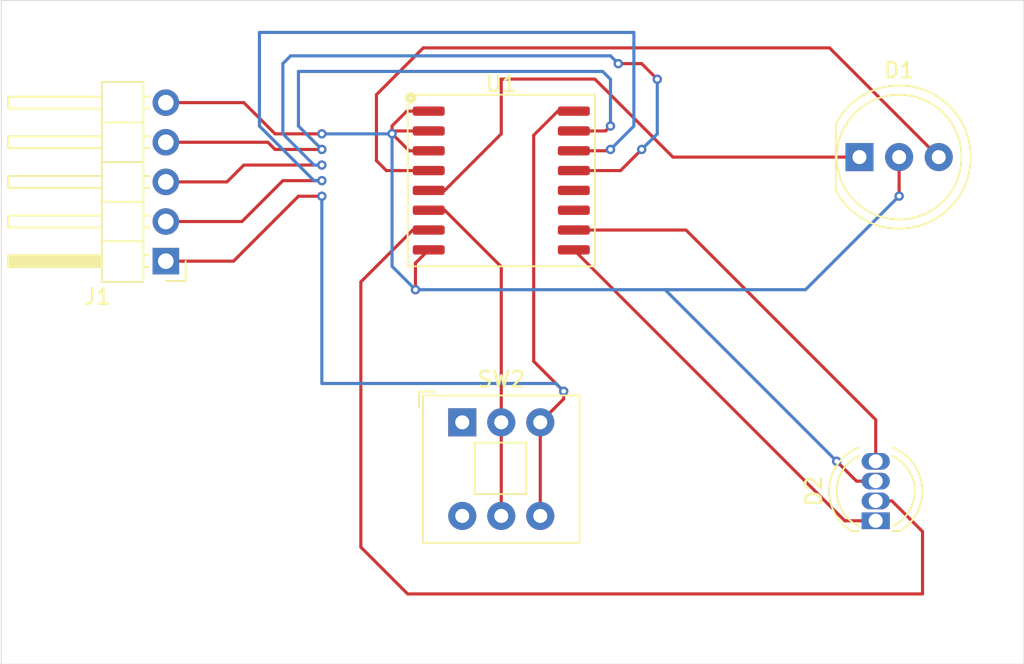
<source format=kicad_pcb>
(kicad_pcb (version 20240108) (generator "pcbnew") (generator_version "8.0")
  (layers (0 "F.Cu" signal) (31 "B.Cu" signal) (34 "B.Paste" user) (35 "F.Paste" user) (36 "B.SilkS" user "B.Silkscreen") (37 "F.SilkS" user "F.Silkscreen") (38 "B.Mask" user) (39 "F.Mask" user) (44 "Edge.Cuts" user))
  (net 0 "")
  (net 1 "Net-(D1-A2)")
  (net 2 "Net-(D1-A1)")
  (net 3 "/The Button/GND")
  (net 4 "Net-(D2-RA)")
  (net 5 "Net-(D2-BA)")
  (net 6 "Net-(D2-GA)")
  (net 7 "Net-(U1-P2)")
  (net 8 "/The Button/VCC")
  (net 9 "/The Button/SCL")
  (net 10 "/The Button/SDA")
  (net 12 "/The Button/~{INT}")
  (footprint "LED_THT:LED_D8.0mm-3" (layer "F.Cu") (at 78.46 26)
    (property "Reference" "D1" (at 2.54 -5.56 0) (layer "F.SilkS"))
    (property "Value" "LED_Dual_AKA")
    (fp_line (start -1.52 -2.142) (end -1.52 2.142) (stroke (width 0.12)) (layer "F.SilkS"))
    (fp_arc (start -1.52 -2.141145) (mid 3.643119 -4.455472) (end 7.13 0.000486) (stroke (width 0.12)) (layer "F.SilkS"))
    (fp_arc (start 7.13 -0.000486) (mid 3.643119 4.455472) (end -1.52 2.141145) (stroke (width 0.12)) (layer "F.SilkS"))
    (fp_circle (center 2.54 0) (end 6.54 0) (stroke (width 0.12)) (fill none) (layer "F.SilkS"))
    (pad "1" thru_hole rect (at 0 0) (size 1.8 1.8) (drill 0.9) (layers "*.Cu" "*.Mask") (net 2 "Net-(D1-A1)"))
    (pad "2" thru_hole circle (at 2.54 0) (size 1.8 1.8) (drill 0.9) (layers "*.Cu" "*.Mask") (net 3 "/The Button/GND"))
    (pad "3" thru_hole circle (at 5.08 0) (size 1.8 1.8) (drill 0.9) (layers "*.Cu" "*.Mask") (net 1 "Net-(D1-A2)"))
  )
  (footprint "Button_Switch_THT:SW_Push_2P2T_Toggle_CK_PVA2xxH1xxxxxxV2" (layer "F.Cu") (at 53 43)
    (property "Reference" "SW2" (at 2.5 -2.75 0) (layer "F.SilkS"))
    (property "Value" "SW_Push_DPDT")
    (fp_line (start -2.77 -0.97) (end -2.77 -1.97) (stroke (width 0.12)) (layer "F.SilkS"))
    (fp_line (start -2.52 7.72) (end -2.52 -1.72) (stroke (width 0.12)) (layer "F.SilkS"))
    (fp_line (start -1.77 -1.97) (end -2.77 -1.97) (stroke (width 0.12)) (layer "F.SilkS"))
    (fp_line (start 0.8 1.3) (end 0.8 4.6) (stroke (width 0.12)) (layer "F.SilkS"))
    (fp_line (start 4.1 1.3) (end 0.8 1.3) (stroke (width 0.12)) (layer "F.SilkS"))
    (fp_line (start 4.1 1.3) (end 4.1 4.6) (stroke (width 0.12)) (layer "F.SilkS"))
    (fp_line (start 4.1 4.6) (end 0.8 4.6) (stroke (width 0.12)) (layer "F.SilkS"))
    (fp_line (start 7.52 -1.72) (end -2.52 -1.72) (stroke (width 0.12)) (layer "F.SilkS"))
    (fp_line (start 7.52 7.72) (end -2.52 7.72) (stroke (width 0.12)) (layer "F.SilkS"))
    (fp_line (start 7.52 7.72) (end 7.52 -1.72) (stroke (width 0.12)) (layer "F.SilkS"))
    (pad "1" thru_hole rect (at 0 0) (size 1.8 1.8) (drill 0.9) (layers "*.Cu" "*.Mask"))
    (pad "2" thru_hole circle (at 2.5 0) (size 1.8 1.8) (drill 0.9) (layers "*.Cu" "*.Mask") (net 7 "Net-(U1-P2)"))
    (pad "3" thru_hole circle (at 5 0) (size 1.8 1.8) (drill 0.9) (layers "*.Cu" "*.Mask") (net 8 "/The Button/VCC"))
    (pad "4" thru_hole circle (at 0 6) (size 1.8 1.8) (drill 0.9) (layers "*.Cu" "*.Mask"))
    (pad "5" thru_hole circle (at 2.5 6) (size 1.8 1.8) (drill 0.9) (layers "*.Cu" "*.Mask") (net 7 "Net-(U1-P2)"))
    (pad "6" thru_hole circle (at 5 6) (size 1.8 1.8) (drill 0.9) (layers "*.Cu" "*.Mask") (net 8 "/The Button/VCC"))
  )
  (footprint "LED_THT:LED_D5.0mm-4_RGB" (layer "F.Cu") (at 79.5 49.31 90)
    (property "Reference" "D2" (at 1.905 -3.96 90) (layer "F.SilkS"))
    (property "Value" "LED_GBKR")
    (fp_line (start -0.655 -1.545) (end -0.655 -1.08) (stroke (width 0.12)) (layer "F.SilkS"))
    (fp_line (start -0.655 1.08) (end -0.655 1.545) (stroke (width 0.12)) (layer "F.SilkS"))
    (fp_arc (start -0.655 -1.54483) (mid 2.163456 -2.978809) (end 4.692815 -1.080827) (stroke (width 0.12)) (layer "F.SilkS"))
    (fp_arc (start -0.349684 -1.08) (mid 1.904762 -2.5) (end 4.159479 -1.080429) (stroke (width 0.12)) (layer "F.SilkS"))
    (fp_arc (start 4.159479 1.080429) (mid 1.904762 2.5) (end -0.349684 1.08) (stroke (width 0.12)) (layer "F.SilkS"))
    (fp_arc (start 4.692815 1.080827) (mid 2.163456 2.978808) (end -0.655 1.54483) (stroke (width 0.12)) (layer "F.SilkS"))
    (pad "1" thru_hole rect (at 0 0 90) (size 1.07 1.8) (drill 0.9) (layers "*.Cu" "*.Mask") (net 6 "Net-(D2-GA)"))
    (pad "2" thru_hole oval (at 1.27 0 90) (size 1.07 1.8) (drill 0.9) (layers "*.Cu" "*.Mask") (net 5 "Net-(D2-BA)"))
    (pad "3" thru_hole oval (at 2.54 0 90) (size 1.07 1.8) (drill 0.9) (layers "*.Cu" "*.Mask") (net 3 "/The Button/GND"))
    (pad "4" thru_hole oval (at 3.81 0 90) (size 1.07 1.8) (drill 0.9) (layers "*.Cu" "*.Mask") (net 4 "Net-(D2-RA)"))
  )
  (footprint "PCM_Package_SO_AKL:SOIC-16W_7.5x10.3mm_P1.27mm" (layer "F.Cu") (at 55.5 27.5)
    (property "Reference" "U1" (at 0 -6.2025 0) (layer "F.SilkS"))
    (property "Value" "PCF8574" (hide yes))
    (fp_line (start -6 -4.9) (end -6 5.5) (stroke (width 0.12)) (layer "F.SilkS"))
    (fp_line (start -6 5.5) (end 6 5.5) (stroke (width 0.12)) (layer "F.SilkS"))
    (fp_line (start 6 -5.5) (end -5.4 -5.5) (stroke (width 0.12)) (layer "F.SilkS"))
    (fp_line (start 6 5.5) (end 6 -5.5) (stroke (width 0.12)) (layer "F.SilkS"))
    (fp_circle (center -5.8 -5.3) (end -5.7365 -5.3) (stroke (width 0.3)) (fill none) (layer "F.SilkS"))
    (pad "1" smd roundrect (at -4.65 -4.445) (size 2.05 0.6) (layers "F.Cu" "F.Paste" "F.Mask") (net 3 "/The Button/GND"))
    (pad "2" smd roundrect (at -4.65 -3.175) (size 2.05 0.6) (layers "F.Cu" "F.Paste" "F.Mask") (net 3 "/The Button/GND"))
    (pad "3" smd roundrect (at -4.65 -1.905) (size 2.05 0.6) (layers "F.Cu" "F.Paste" "F.Mask") (net 3 "/The Button/GND"))
    (pad "4" smd roundrect (at -4.65 -0.635) (size 2.05 0.6) (layers "F.Cu" "F.Paste" "F.Mask") (net 1 "Net-(D1-A2)"))
    (pad "5" smd roundrect (at -4.65 0.635) (size 2.05 0.6) (layers "F.Cu" "F.Paste" "F.Mask") (net 2 "Net-(D1-A1)"))
    (pad "6" smd roundrect (at -4.65 1.905) (size 2.05 0.6) (layers "F.Cu" "F.Paste" "F.Mask") (net 7 "Net-(U1-P2)"))
    (pad "7" smd roundrect (at -4.65 3.175) (size 2.05 0.6) (layers "F.Cu" "F.Paste" "F.Mask") (net 5 "Net-(D2-BA)"))
    (pad "8" smd roundrect (at -4.65 4.445) (size 2.05 0.6) (layers "F.Cu" "F.Paste" "F.Mask") (net 3 "/The Button/GND"))
    (pad "9" smd roundrect (at 4.65 4.445) (size 2.05 0.6) (layers "F.Cu" "F.Paste" "F.Mask") (net 6 "Net-(D2-GA)"))
    (pad "10" smd roundrect (at 4.65 3.175) (size 2.05 0.6) (layers "F.Cu" "F.Paste" "F.Mask") (net 4 "Net-(D2-RA)"))
    (pad "11" smd roundrect (at 4.65 1.905) (size 2.05 0.6) (layers "F.Cu" "F.Paste" "F.Mask"))
    (pad "12" smd roundrect (at 4.65 0.635) (size 2.05 0.6) (layers "F.Cu" "F.Paste" "F.Mask"))
    (pad "13" smd roundrect (at 4.65 -0.635) (size 2.05 0.6) (layers "F.Cu" "F.Paste" "F.Mask") (net 12 "/The Button/~{INT}"))
    (pad "14" smd roundrect (at 4.65 -1.905) (size 2.05 0.6) (layers "F.Cu" "F.Paste" "F.Mask") (net 9 "/The Button/SCL"))
    (pad "15" smd roundrect (at 4.65 -3.175) (size 2.05 0.6) (layers "F.Cu" "F.Paste" "F.Mask") (net 10 "/The Button/SDA"))
    (pad "16" smd roundrect (at 4.65 -4.445) (size 2.05 0.6) (layers "F.Cu" "F.Paste" "F.Mask") (net 8 "/The Button/VCC"))
  )
  (footprint "Connector_PinHeader_2.54mm:PinHeader_1x05_P2.54mm_Horizontal" (layer "F.Cu") (at 34 32.669999 180)
    (property "Reference" "J1" (at 4.385 -2.27 180) (layer "F.SilkS"))
    (property "Value" "PINHD_1x5_Male")
    (fp_line (start 10.1 10.54) (end 4.1 10.54) (stroke (width 0.12)) (layer "F.SilkS"))
    (fp_line (start 10.1 9.78) (end 10.1 10.54) (stroke (width 0.12)) (layer "F.SilkS"))
    (fp_line (start 10.1 8) (end 4.1 8) (stroke (width 0.12)) (layer "F.SilkS"))
    (fp_line (start 10.1 7.24) (end 10.1 8) (stroke (width 0.12)) (layer "F.SilkS"))
    (fp_line (start 10.1 5.46) (end 4.1 5.46) (stroke (width 0.12)) (layer "F.SilkS"))
    (fp_line (start 10.1 4.7) (end 10.1 5.46) (stroke (width 0.12)) (layer "F.SilkS"))
    (fp_line (start 10.1 2.92) (end 4.1 2.92) (stroke (width 0.12)) (layer "F.SilkS"))
    (fp_line (start 10.1 2.16) (end 10.1 2.92) (stroke (width 0.12)) (layer "F.SilkS"))
    (fp_line (start 10.1 0.38) (end 4.1 0.38) (stroke (width 0.12)) (layer "F.SilkS"))
    (fp_line (start 10.1 -0.38) (end 10.1 0.38) (stroke (width 0.12)) (layer "F.SilkS"))
    (fp_line (start 4.1 11.49) (end 4.1 -1.33) (stroke (width 0.12)) (layer "F.SilkS"))
    (fp_line (start 4.1 9.78) (end 10.1 9.78) (stroke (width 0.12)) (layer "F.SilkS"))
    (fp_line (start 4.1 7.24) (end 10.1 7.24) (stroke (width 0.12)) (layer "F.SilkS"))
    (fp_line (start 4.1 4.7) (end 10.1 4.7) (stroke (width 0.12)) (layer "F.SilkS"))
    (fp_line (start 4.1 2.16) (end 10.1 2.16) (stroke (width 0.12)) (layer "F.SilkS"))
    (fp_line (start 4.1 0.28) (end 10.1 0.28) (stroke (width 0.12)) (layer "F.SilkS"))
    (fp_line (start 4.1 0.16) (end 10.1 0.16) (stroke (width 0.12)) (layer "F.SilkS"))
    (fp_line (start 4.1 0.04) (end 10.1 0.04) (stroke (width 0.12)) (layer "F.SilkS"))
    (fp_line (start 4.1 -0.08) (end 10.1 -0.08) (stroke (width 0.12)) (layer "F.SilkS"))
    (fp_line (start 4.1 -0.2) (end 10.1 -0.2) (stroke (width 0.12)) (layer "F.SilkS"))
    (fp_line (start 4.1 -0.32) (end 10.1 -0.32) (stroke (width 0.12)) (layer "F.SilkS"))
    (fp_line (start 4.1 -0.38) (end 10.1 -0.38) (stroke (width 0.12)) (layer "F.SilkS"))
    (fp_line (start 4.1 -1.33) (end 1.44 -1.33) (stroke (width 0.12)) (layer "F.SilkS"))
    (fp_line (start 1.44 11.49) (end 4.1 11.49) (stroke (width 0.12)) (layer "F.SilkS"))
    (fp_line (start 1.44 8.89) (end 4.1 8.89) (stroke (width 0.12)) (layer "F.SilkS"))
    (fp_line (start 1.44 6.35) (end 4.1 6.35) (stroke (width 0.12)) (layer "F.SilkS"))
    (fp_line (start 1.44 3.81) (end 4.1 3.81) (stroke (width 0.12)) (layer "F.SilkS"))
    (fp_line (start 1.44 1.27) (end 4.1 1.27) (stroke (width 0.12)) (layer "F.SilkS"))
    (fp_line (start 1.44 -1.33) (end 1.44 11.49) (stroke (width 0.12)) (layer "F.SilkS"))
    (fp_line (start 1.11 0.38) (end 1.44 0.38) (stroke (width 0.12)) (layer "F.SilkS"))
    (fp_line (start 1.11 -0.38) (end 1.44 -0.38) (stroke (width 0.12)) (layer "F.SilkS"))
    (fp_line (start 1.042929 10.54) (end 1.44 10.54) (stroke (width 0.12)) (layer "F.SilkS"))
    (fp_line (start 1.042929 9.78) (end 1.44 9.78) (stroke (width 0.12)) (layer "F.SilkS"))
    (fp_line (start 1.042929 8) (end 1.44 8) (stroke (width 0.12)) (layer "F.SilkS"))
    (fp_line (start 1.042929 7.24) (end 1.44 7.24) (stroke (width 0.12)) (layer "F.SilkS"))
    (fp_line (start 1.042929 5.46) (end 1.44 5.46) (stroke (width 0.12)) (layer "F.SilkS"))
    (fp_line (start 1.042929 4.7) (end 1.44 4.7) (stroke (width 0.12)) (layer "F.SilkS"))
    (fp_line (start 1.042929 2.92) (end 1.44 2.92) (stroke (width 0.12)) (layer "F.SilkS"))
    (fp_line (start 1.042929 2.16) (end 1.44 2.16) (stroke (width 0.12)) (layer "F.SilkS"))
    (fp_line (start -1.27 0) (end -1.27 -1.27) (stroke (width 0.12)) (layer "F.SilkS"))
    (fp_line (start -1.27 -1.27) (end 0 -1.27) (stroke (width 0.12)) (layer "F.SilkS"))
    (pad "1" thru_hole rect (at 0 0 180) (size 1.7 1.7) (drill 1) (layers "*.Cu" "*.Mask") (net 8 "/The Button/VCC"))
    (pad "2" thru_hole oval (at 0 2.54 180) (size 1.7 1.7) (drill 1) (layers "*.Cu" "*.Mask") (net 9 "/The Button/SCL"))
    (pad "3" thru_hole oval (at 0 5.08 180) (size 1.7 1.7) (drill 1) (layers "*.Cu" "*.Mask") (net 12 "/The Button/~{INT}"))
    (pad "4" thru_hole oval (at 0 7.62 180) (size 1.7 1.7) (drill 1) (layers "*.Cu" "*.Mask") (net 10 "/The Button/SDA"))
    (pad "5" thru_hole oval (at 0 10.16 180) (size 1.7 1.7) (drill 1) (layers "*.Cu" "*.Mask") (net 3 "/The Button/GND"))
  )
  (gr_rect (start 23.456118 15.956118) (end 89 58.5) (stroke (width 0.05)) (fill none) (layer "Edge.Cuts"))
  (segment (start 50.5 19) (end 47.5 22) (width 0.2) (layer "F.Cu") (net 1))
  (segment (start 48.135 26.865) (end 50.85 26.865) (width 0.2) (layer "F.Cu") (net 1))
  (segment (start 47.5 22) (end 47.5 24) (width 0.2) (layer "F.Cu") (net 1))
  (segment (start 83.54 26) (end 76.54 19) (width 0.2) (layer "F.Cu") (net 1))
  (segment (start 47.5 26.23) (end 48.135 26.865) (width 0.2) (layer "F.Cu") (net 1))
  (segment (start 76.54 19) (end 50.5 19) (width 0.2) (layer "F.Cu") (net 1))
  (segment (start 47.5 24) (end 47.5 26.23) (width 0.2) (layer "F.Cu") (net 1))
  (segment (start 55.5 21) (end 55.5 24.509999) (width 0.2) (layer "F.Cu") (net 2))
  (segment (start 55.5 24.509999) (end 51.874999 28.135) (width 0.2) (layer "F.Cu") (net 2))
  (segment (start 51.874999 28.135) (end 50.85 28.135) (width 0.2) (layer "F.Cu") (net 2))
  (segment (start 66.5 26) (end 61.5 21) (width 0.2) (layer "F.Cu") (net 2))
  (segment (start 78.46 26) (end 66.5 26) (width 0.2) (layer "F.Cu") (net 2))
  (segment (start 61.5 21) (end 55.5 21) (width 0.2) (layer "F.Cu") (net 2))
  (segment (start 79.651 47.151) (end 79.5 47.151) (width 0.2) (layer "F.Cu") (net 3))
  (segment (start 78.27 46.77) (end 79.5 46.77) (width 0.2) (layer "F.Cu") (net 3))
  (segment (start 39 22.509999) (end 34 22.509999) (width 0.2) (layer "F.Cu") (net 3))
  (segment (start 50.85 31.945) (end 50 32.795) (width 0.2) (layer "F.Cu") (net 3))
  (segment (start 44 24.509999) (end 41 24.509999) (width 0.2) (layer "F.Cu") (net 3))
  (segment (start 41 24.509999) (end 39 22.509999) (width 0.2) (layer "F.Cu") (net 3))
  (segment (start 48.5 24) (end 49.445 23.055) (width 0.2) (layer "F.Cu") (net 3))
  (segment (start 48.675 24.325) (end 48.5 24.5) (width 0.2) (layer "F.Cu") (net 3))
  (segment (start 49.595 25.595) (end 48.5 24.5) (width 0.2) (layer "F.Cu") (net 3))
  (segment (start 50 32.795) (end 50 34.5) (width 0.2) (layer "F.Cu") (net 3))
  (segment (start 50.85 25.595) (end 49.595 25.595) (width 0.2) (layer "F.Cu") (net 3))
  (segment (start 48.5 24.5) (end 48.5 24) (width 0.2) (layer "F.Cu") (net 3))
  (segment (start 49.445 23.055) (end 50.85 23.055) (width 0.2) (layer "F.Cu") (net 3))
  (segment (start 81 28.5) (end 81 26) (width 0.2) (layer "F.Cu") (net 3))
  (segment (start 50.85 24.325) (end 48.675 24.325) (width 0.2) (layer "F.Cu") (net 3))
  (segment (start 77 45.5) (end 78.27 46.77) (width 0.2) (layer "F.Cu") (net 3))
  (via (at 81 28.5) (size 0.6) (drill 0.3) (layers "F.Cu" "B.Cu") (net 3))
  (via (at 77 45.5) (size 0.6) (drill 0.3) (layers "F.Cu" "B.Cu") (net 3))
  (via (at 50 34.5) (size 0.6) (drill 0.3) (layers "F.Cu" "B.Cu") (net 3))
  (via (at 44 24.509999) (size 0.6) (drill 0.3) (layers "F.Cu" "B.Cu") (net 3))
  (via (at 48.5 24.5) (size 0.6) (drill 0.3) (layers "F.Cu" "B.Cu") (net 3))
  (segment (start 48.5 33) (end 48.5 30.5) (width 0.2) (layer "B.Cu") (net 3))
  (segment (start 50 34.5) (end 66 34.5) (width 0.2) (layer "B.Cu") (net 3))
  (segment (start 75 34.5) (end 81 28.5) (width 0.2) (layer "B.Cu") (net 3))
  (segment (start 48.5 29.509999) (end 48.5 24.5) (width 0.2) (layer "B.Cu") (net 3))
  (segment (start 50 34.5) (end 48.5 33) (width 0.2) (layer "B.Cu") (net 3))
  (segment (start 77 45.5) (end 66 34.5) (width 0.2) (layer "B.Cu") (net 3))
  (segment (start 48.5 24.509999) (end 44 24.509999) (width 0.2) (layer "B.Cu") (net 3))
  (segment (start 48.5 30.5) (end 48.5 29.509999) (width 0.2) (layer "B.Cu") (net 3))
  (segment (start 66 34.5) (end 75 34.5) (width 0.2) (layer "B.Cu") (net 3))
  (segment (start 79.5 45.5) (end 79.5 42.833) (width 0.2) (layer "F.Cu") (net 4))
  (segment (start 67.342 30.675) (end 79.5 42.833) (width 0.2) (layer "F.Cu") (net 4))
  (segment (start 60.15 30.675) (end 67.342 30.675) (width 0.2) (layer "F.Cu") (net 4))
  (segment (start 82.5 50) (end 82.5 54) (width 0.2) (layer "F.Cu") (net 5))
  (segment (start 82.5 54) (end 49.5 54) (width 0.2) (layer "F.Cu") (net 5))
  (segment (start 46.5 34.000001) (end 49.825001 30.675) (width 0.2) (layer "F.Cu") (net 5))
  (segment (start 49.5 54) (end 46.5 51) (width 0.2) (layer "F.Cu") (net 5))
  (segment (start 46.5 51) (end 46.5 34.000001) (width 0.2) (layer "F.Cu") (net 5))
  (segment (start 49.825001 30.675) (end 50.85 30.675) (width 0.2) (layer "F.Cu") (net 5))
  (segment (start 80.54 48.04) (end 79.5 48.04) (width 0.2) (layer "F.Cu") (net 5))
  (segment (start 82.5 50) (end 80.54 48.04) (width 0.2) (layer "F.Cu") (net 5))
  (segment (start 60.15 31.945) (end 77.515 49.31) (width 0.2) (layer "F.Cu") (net 6))
  (segment (start 77.515 49.31) (end 79.5 49.31) (width 0.2) (layer "F.Cu") (net 6))
  (segment (start 55.5 43) (end 55.5 33.030001) (width 0.2) (layer "F.Cu") (net 7))
  (segment (start 51.874999 29.405) (end 50.85 29.405) (width 0.2) (layer "F.Cu") (net 7))
  (segment (start 55.5 33.030001) (end 51.874999 29.405) (width 0.2) (layer "F.Cu") (net 7))
  (segment (start 55.5 49) (end 55.5 43) (width 0.2) (layer "F.Cu") (net 7))
  (segment (start 57.5775 24.602501) (end 59.125001 23.055) (width 0.2) (layer "F.Cu") (net 8))
  (segment (start 38.34 32.669999) (end 34 32.669999) (width 0.2) (layer "F.Cu") (net 8))
  (segment (start 57.5775 39.087499) (end 57.5775 24.602501) (width 0.2) (layer "F.Cu") (net 8))
  (segment (start 59.125001 23.055) (end 60.15 23.055) (width 0.2) (layer "F.Cu") (net 8))
  (segment (start 44 28.509999) (end 42.5 28.509999) (width 0.2) (layer "F.Cu") (net 8))
  (segment (start 58 43) (end 59.5 41.5) (width 0.2) (layer "F.Cu") (net 8))
  (segment (start 59.5 41.5) (end 59.5 41.009999) (width 0.2) (layer "F.Cu") (net 8))
  (segment (start 59.5 41.009999) (end 57.5775 39.087499) (width 0.2) (layer "F.Cu") (net 8))
  (segment (start 42.5 28.509999) (end 38.34 32.669999) (width 0.2) (layer "F.Cu") (net 8))
  (segment (start 58 43) (end 58 49) (width 0.2) (layer "F.Cu") (net 8))
  (via (at 59.5 41.009999) (size 0.6) (drill 0.3) (layers "F.Cu" "B.Cu") (net 8))
  (via (at 44 28.509999) (size 0.6) (drill 0.3) (layers "F.Cu" "B.Cu") (net 8))
  (segment (start 59 40.509999) (end 59.5 41.009999) (width 0.2) (layer "B.Cu") (net 8))
  (segment (start 44 28.509999) (end 44 40.509999) (width 0.2) (layer "B.Cu") (net 8))
  (segment (start 44 40.509999) (end 59 40.509999) (width 0.2) (layer "B.Cu") (net 8))
  (segment (start 44 27.509999) (end 41.5 27.509999) (width 0.2) (layer "F.Cu") (net 9))
  (segment (start 62.414999 25.595) (end 62.5 25.509999) (width 0.2) (layer "F.Cu") (net 9))
  (segment (start 60.15 25.595) (end 62.414999 25.595) (width 0.2) (layer "F.Cu") (net 9))
  (segment (start 38.88 30.129999) (end 34 30.129999) (width 0.2) (layer "F.Cu") (net 9))
  (segment (start 41.5 27.509999) (end 38.88 30.129999) (width 0.2) (layer "F.Cu") (net 9))
  (via (at 62.5 25.509999) (size 0.6) (drill 0.3) (layers "F.Cu" "B.Cu") (net 9))
  (via (at 44 27.509999) (size 0.6) (drill 0.3) (layers "F.Cu" "B.Cu") (net 9))
  (segment (start 64 24.009999) (end 64 18.009999) (width 0.2) (layer "B.Cu") (net 9))
  (segment (start 64 18.009999) (end 43.5 18.009999) (width 0.2) (layer "B.Cu") (net 9))
  (segment (start 62.5 25.509999) (end 64 24.009999) (width 0.2) (layer "B.Cu") (net 9))
  (segment (start 43.5 18.009999) (end 40 18.009999) (width 0.2) (layer "B.Cu") (net 9))
  (segment (start 40 24.009999) (end 43.5 27.509999) (width 0.2) (layer "B.Cu") (net 9))
  (segment (start 43.5 27.509999) (end 44 27.509999) (width 0.2) (layer "B.Cu") (net 9))
  (segment (start 40 18.009999) (end 40 24.009999) (width 0.2) (layer "B.Cu") (net 9))
  (segment (start 60.15 24.325) (end 62.184999 24.325) (width 0.2) (layer "F.Cu") (net 10))
  (segment (start 62.184999 24.325) (end 62.5 24.009999) (width 0.2) (layer "F.Cu") (net 10))
  (segment (start 41 25.509999) (end 40.54 25.049999) (width 0.2) (layer "F.Cu") (net 10))
  (segment (start 44 25.509999) (end 41 25.509999) (width 0.2) (layer "F.Cu") (net 10))
  (segment (start 40.54 25.049999) (end 34 25.049999) (width 0.2) (layer "F.Cu") (net 10))
  (via (at 62.5 24.009999) (size 0.6) (drill 0.3) (layers "F.Cu" "B.Cu") (net 10))
  (via (at 44 25.509999) (size 0.6) (drill 0.3) (layers "F.Cu" "B.Cu") (net 10))
  (segment (start 42.5 24.009999) (end 44 25.509999) (width 0.2) (layer "B.Cu") (net 10))
  (segment (start 62.5 24.009999) (end 62.5 21.009999) (width 0.2) (layer "B.Cu") (net 10))
  (segment (start 62.5 21.009999) (end 62 20.509999) (width 0.2) (layer "B.Cu") (net 10))
  (segment (start 62 20.509999) (end 42.5 20.509999) (width 0.2) (layer "B.Cu") (net 10))
  (segment (start 42.5 20.509999) (end 42.5 24.009999) (width 0.2) (layer "B.Cu") (net 10))
  (segment (start 44 26.509999) (end 39 26.509999) (width 0.2) (layer "F.Cu") (net 12))
  (segment (start 39 26.509999) (end 37.92 27.589999) (width 0.2) (layer "F.Cu") (net 12))
  (segment (start 63.144999 26.865) (end 64.5 25.509999) (width 0.2) (layer "F.Cu") (net 12))
  (segment (start 64.5 20.009999) (end 63 20.009999) (width 0.2) (layer "F.Cu") (net 12))
  (segment (start 65.5 21.009999) (end 64.5 20.009999) (width 0.2) (layer "F.Cu") (net 12))
  (segment (start 60.15 26.865) (end 63.144999 26.865) (width 0.2) (layer "F.Cu") (net 12))
  (segment (start 37.92 27.589999) (end 34 27.589999) (width 0.2) (layer "F.Cu") (net 12))
  (via (at 65.5 21.009999) (size 0.6) (drill 0.3) (layers "F.Cu" "B.Cu") (net 12))
  (via (at 63 20.009999) (size 0.6) (drill 0.3) (layers "F.Cu" "B.Cu") (net 12))
  (via (at 64.5 25.509999) (size 0.6) (drill 0.3) (layers "F.Cu" "B.Cu") (net 12))
  (via (at 44 26.509999) (size 0.6) (drill 0.3) (layers "F.Cu" "B.Cu") (net 12))
  (segment (start 41.5 20.009999) (end 41.5 24.009999) (width 0.2) (layer "B.Cu") (net 12))
  (segment (start 63 20.009999) (end 62.5 19.509999) (width 0.2) (layer "B.Cu") (net 12))
  (segment (start 64.5 25.509999) (end 65.5 24.509999) (width 0.2) (layer "B.Cu") (net 12))
  (segment (start 62.5 19.509999) (end 42 19.509999) (width 0.2) (layer "B.Cu") (net 12))
  (segment (start 42 19.509999) (end 41.5 20.009999) (width 0.2) (layer "B.Cu") (net 12))
  (segment (start 43.5 26.509999) (end 44 26.509999) (width 0.2) (layer "B.Cu") (net 12))
  (segment (start 65.5 24.509999) (end 65.5 21.009999) (width 0.2) (layer "B.Cu") (net 12))
  (segment (start 41.5 24.009999) (end 41.5 24.509999) (width 0.2) (layer "B.Cu") (net 12))
  (segment (start 41.5 24.509999) (end 43.5 26.509999) (width 0.2) (layer "B.Cu") (net 12))
)
</source>
